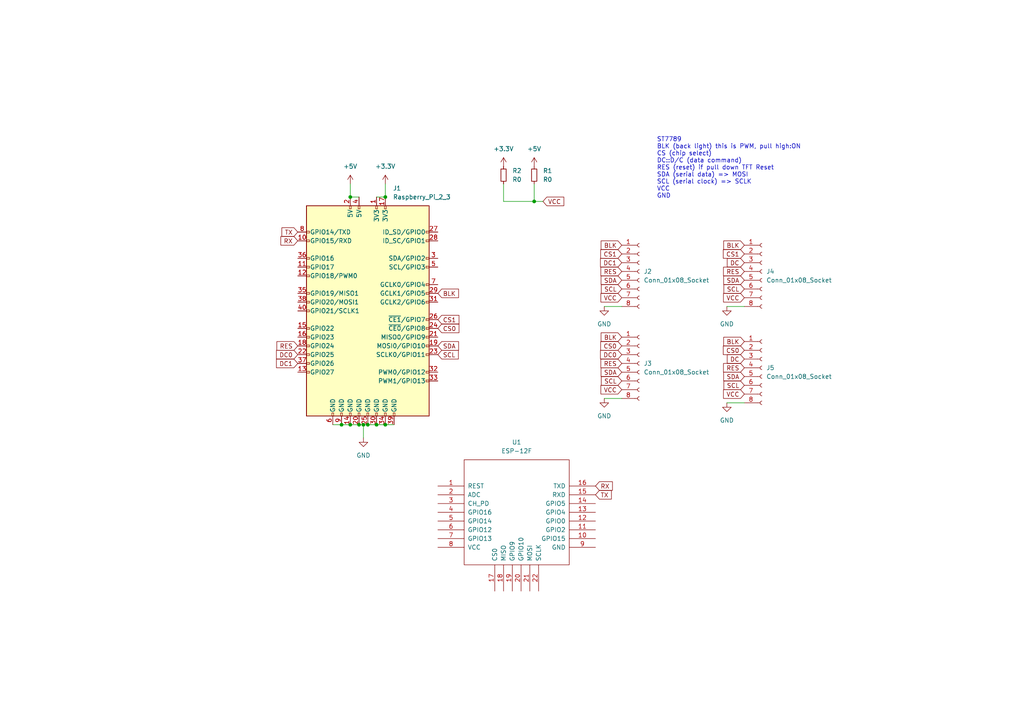
<source format=kicad_sch>
(kicad_sch (version 20230121) (generator eeschema)
  (paper "A4")
  (lib_symbols
    (symbol "Connector:Conn_01x08_Socket" (pin_names (offset 1.016) hide)
      (property "Reference" "J" (at 0 10.16 0))
      (property "Value" "Conn_01x08_Socket" (at 0 -12.7 0))
      (symbol "Conn_01x08_Socket_1_1"
        (arc (start 0 -9.652) (mid -0.5058 -10.16) (end 0 -10.668) (stroke (width 0.1524)))
        (arc (start 0 -7.112) (mid -0.5058 -7.62) (end 0 -8.128) (stroke (width 0.1524)))
        (arc (start 0 -4.572) (mid -0.5058 -5.08) (end 0 -5.588) (stroke (width 0.1524)))
        (arc (start 0 -2.032) (mid -0.5058 -2.54) (end 0 -3.048) (stroke (width 0.1524)))
        (polyline (pts (xy -1.27 -10.16) (xy -0.508 -10.16)) (stroke (width 0.1524)))
        (polyline (pts (xy -1.27 -7.62) (xy -0.508 -7.62)) (stroke (width 0.1524)))
        (polyline (pts (xy -1.27 -5.08) (xy -0.508 -5.08)) (stroke (width 0.1524)))
        (polyline (pts (xy -1.27 -2.54) (xy -0.508 -2.54)) (stroke (width 0.1524)))
        (polyline (pts (xy -1.27 0) (xy -0.508 0)) (stroke (width 0.1524)))
        (polyline (pts (xy -1.27 2.54) (xy -0.508 2.54)) (stroke (width 0.1524)))
        (polyline (pts (xy -1.27 5.08) (xy -0.508 5.08)) (stroke (width 0.1524)))
        (polyline (pts (xy -1.27 7.62) (xy -0.508 7.62)) (stroke (width 0.1524)))
        (arc (start 0 0.508) (mid -0.5058 0) (end 0 -0.508) (stroke (width 0.1524)))
        (arc (start 0 3.048) (mid -0.5058 2.54) (end 0 2.032) (stroke (width 0.1524)))
        (arc (start 0 5.588) (mid -0.5058 5.08) (end 0 4.572) (stroke (width 0.1524)))
        (arc (start 0 8.128) (mid -0.5058 7.62) (end 0 7.112) (stroke (width 0.1524)))
        (pin passive line (at -5.08 7.62 0) (length 3.81) (name "Pin_1") (number "1"))
        (pin passive line (at -5.08 5.08 0) (length 3.81) (name "Pin_2") (number "2"))
        (pin passive line (at -5.08 2.54 0) (length 3.81) (name "Pin_3") (number "3"))
        (pin passive line (at -5.08 0 0) (length 3.81) (name "Pin_4") (number "4"))
        (pin passive line (at -5.08 -2.54 0) (length 3.81) (name "Pin_5") (number "5"))
        (pin passive line (at -5.08 -5.08 0) (length 3.81) (name "Pin_6") (number "6"))
        (pin passive line (at -5.08 -7.62 0) (length 3.81) (name "Pin_7") (number "7"))
        (pin passive line (at -5.08 -10.16 0) (length 3.81) (name "Pin_8") (number "8"))
      )
    )
    (symbol "Connector:Raspberry_Pi_2_3" (pin_names (offset 1.016))
      (property "Reference" "J" (at -17.78 31.75 0))
      (property "Value" "Raspberry_Pi_2_3" (at 10.16 -31.75 0))
      (symbol "Raspberry_Pi_2_3_0_1"
        (rectangle (start -17.78 30.48) (end 17.78 -30.48) (stroke (width 0.254)) (fill (type background)))
      )
      (symbol "Raspberry_Pi_2_3_1_1"
        (rectangle (start -16.891 -17.526) (end -17.78 -18.034))
        (rectangle (start -16.891 -14.986) (end -17.78 -15.494))
        (rectangle (start -16.891 -12.446) (end -17.78 -12.954))
        (rectangle (start -16.891 -9.906) (end -17.78 -10.414))
        (rectangle (start -16.891 -7.366) (end -17.78 -7.874))
        (rectangle (start -16.891 -4.826) (end -17.78 -5.334))
        (rectangle (start -16.891 0.254) (end -17.78 -0.254))
        (rectangle (start -16.891 2.794) (end -17.78 2.286))
        (rectangle (start -16.891 5.334) (end -17.78 4.826))
        (rectangle (start -16.891 10.414) (end -17.78 9.906))
        (rectangle (start -16.891 12.954) (end -17.78 12.446))
        (rectangle (start -16.891 15.494) (end -17.78 14.986))
        (rectangle (start -16.891 20.574) (end -17.78 20.066))
        (rectangle (start -16.891 23.114) (end -17.78 22.606))
        (rectangle (start -10.414 -29.591) (end -9.906 -30.48))
        (rectangle (start -7.874 -29.591) (end -7.366 -30.48))
        (rectangle (start -5.334 -29.591) (end -4.826 -30.48))
        (rectangle (start -5.334 30.48) (end -4.826 29.591))
        (rectangle (start -2.794 -29.591) (end -2.286 -30.48))
        (rectangle (start -2.794 30.48) (end -2.286 29.591))
        (rectangle (start -0.254 -29.591) (end 0.254 -30.48))
        (rectangle (start 2.286 -29.591) (end 2.794 -30.48))
        (rectangle (start 2.286 30.48) (end 2.794 29.591))
        (rectangle (start 4.826 -29.591) (end 5.334 -30.48))
        (rectangle (start 4.826 30.48) (end 5.334 29.591))
        (rectangle (start 7.366 -29.591) (end 7.874 -30.48))
        (rectangle (start 17.78 -20.066) (end 16.891 -20.574))
        (rectangle (start 17.78 -17.526) (end 16.891 -18.034))
        (rectangle (start 17.78 -12.446) (end 16.891 -12.954))
        (rectangle (start 17.78 -9.906) (end 16.891 -10.414))
        (rectangle (start 17.78 -7.366) (end 16.891 -7.874))
        (rectangle (start 17.78 -4.826) (end 16.891 -5.334))
        (rectangle (start 17.78 -2.286) (end 16.891 -2.794))
        (rectangle (start 17.78 2.794) (end 16.891 2.286))
        (rectangle (start 17.78 5.334) (end 16.891 4.826))
        (rectangle (start 17.78 7.874) (end 16.891 7.366))
        (rectangle (start 17.78 12.954) (end 16.891 12.446))
        (rectangle (start 17.78 15.494) (end 16.891 14.986))
        (rectangle (start 17.78 20.574) (end 16.891 20.066))
        (rectangle (start 17.78 23.114) (end 16.891 22.606))
        (pin power_in line (at 2.54 33.02 270) (length 2.54) (name "3V3") (number "1"))
        (pin bidirectional line (at -20.32 20.32 0) (length 2.54) (name "GPIO15/RXD") (number "10"))
        (pin bidirectional line (at -20.32 12.7 0) (length 2.54) (name "GPIO17") (number "11"))
        (pin bidirectional line (at -20.32 10.16 0) (length 2.54) (name "GPIO18/PWM0") (number "12"))
        (pin bidirectional line (at -20.32 -17.78 0) (length 2.54) (name "GPIO27") (number "13"))
        (pin power_in line (at -5.08 -33.02 90) (length 2.54) (name "GND") (number "14"))
        (pin bidirectional line (at -20.32 -5.08 0) (length 2.54) (name "GPIO22") (number "15"))
        (pin bidirectional line (at -20.32 -7.62 0) (length 2.54) (name "GPIO23") (number "16"))
        (pin power_in line (at 5.08 33.02 270) (length 2.54) (name "3V3") (number "17"))
        (pin bidirectional line (at -20.32 -10.16 0) (length 2.54) (name "GPIO24") (number "18"))
        (pin bidirectional line (at 20.32 -10.16 180) (length 2.54) (name "MOSI0/GPIO10") (number "19"))
        (pin power_in line (at -5.08 33.02 270) (length 2.54) (name "5V") (number "2"))
        (pin power_in line (at -2.54 -33.02 90) (length 2.54) (name "GND") (number "20"))
        (pin bidirectional line (at 20.32 -7.62 180) (length 2.54) (name "MISO0/GPIO9") (number "21"))
        (pin bidirectional line (at -20.32 -12.7 0) (length 2.54) (name "GPIO25") (number "22"))
        (pin bidirectional line (at 20.32 -12.7 180) (length 2.54) (name "SCLK0/GPIO11") (number "23"))
        (pin bidirectional line (at 20.32 -5.08 180) (length 2.54) (name "~{CE0}/GPIO8") (number "24"))
        (pin power_in line (at 0 -33.02 90) (length 2.54) (name "GND") (number "25"))
        (pin bidirectional line (at 20.32 -2.54 180) (length 2.54) (name "~{CE1}/GPIO7") (number "26"))
        (pin bidirectional line (at 20.32 22.86 180) (length 2.54) (name "ID_SD/GPIO0") (number "27"))
        (pin bidirectional line (at 20.32 20.32 180) (length 2.54) (name "ID_SC/GPIO1") (number "28"))
        (pin bidirectional line (at 20.32 5.08 180) (length 2.54) (name "GCLK1/GPIO5") (number "29"))
        (pin bidirectional line (at 20.32 15.24 180) (length 2.54) (name "SDA/GPIO2") (number "3"))
        (pin power_in line (at 2.54 -33.02 90) (length 2.54) (name "GND") (number "30"))
        (pin bidirectional line (at 20.32 2.54 180) (length 2.54) (name "GCLK2/GPIO6") (number "31"))
        (pin bidirectional line (at 20.32 -17.78 180) (length 2.54) (name "PWM0/GPIO12") (number "32"))
        (pin bidirectional line (at 20.32 -20.32 180) (length 2.54) (name "PWM1/GPIO13") (number "33"))
        (pin power_in line (at 5.08 -33.02 90) (length 2.54) (name "GND") (number "34"))
        (pin bidirectional line (at -20.32 5.08 0) (length 2.54) (name "GPIO19/MISO1") (number "35"))
        (pin bidirectional line (at -20.32 15.24 0) (length 2.54) (name "GPIO16") (number "36"))
        (pin bidirectional line (at -20.32 -15.24 0) (length 2.54) (name "GPIO26") (number "37"))
        (pin bidirectional line (at -20.32 2.54 0) (length 2.54) (name "GPIO20/MOSI1") (number "38"))
        (pin power_in line (at 7.62 -33.02 90) (length 2.54) (name "GND") (number "39"))
        (pin power_in line (at -2.54 33.02 270) (length 2.54) (name "5V") (number "4"))
        (pin bidirectional line (at -20.32 0 0) (length 2.54) (name "GPIO21/SCLK1") (number "40"))
        (pin bidirectional line (at 20.32 12.7 180) (length 2.54) (name "SCL/GPIO3") (number "5"))
        (pin power_in line (at -10.16 -33.02 90) (length 2.54) (name "GND") (number "6"))
        (pin bidirectional line (at 20.32 7.62 180) (length 2.54) (name "GCLK0/GPIO4") (number "7"))
        (pin bidirectional line (at -20.32 22.86 0) (length 2.54) (name "GPIO14/TXD") (number "8"))
        (pin power_in line (at -7.62 -33.02 90) (length 2.54) (name "GND") (number "9"))
      )
    )
    (symbol "Device:R_Small" (pin_numbers hide) (pin_names (offset 0.254) hide)
      (property "Reference" "R" (at 0.762 0.508 0))
      (property "Value" "R_Small" (at 0.762 -1.016 0))
      (symbol "R_Small_0_1"
        (rectangle (start -0.762 1.778) (end 0.762 -1.778) (stroke (width 0.2032)))
      )
      (symbol "R_Small_1_1"
        (pin passive line (at 0 2.54 270) (length 0.762) (name "~") (number "1"))
        (pin passive line (at 0 -2.54 90) (length 0.762) (name "~") (number "2"))
      )
    )
    (symbol "ESP8266:ESP-12F" (pin_names (offset 1.016))
      (property "Reference" "U" (at 0 -2.54 0))
      (property "Value" "ESP-12F" (at 0 2.54 0))
      (symbol "ESP-12F_1_0"
        (rectangle (start -15.24 -15.24) (end 15.24 15.24))
      )
      (symbol "ESP-12F_1_1"
        (pin input line (at -22.86 7.62 0) (length 7.62) (name "REST") (number "1"))
        (pin bidirectional line (at 22.86 -7.62 180) (length 7.62) (name "GPIO15") (number "10"))
        (pin bidirectional line (at 22.86 -5.08 180) (length 7.62) (name "GPIO2") (number "11"))
        (pin bidirectional line (at 22.86 -2.54 180) (length 7.62) (name "GPIO0") (number "12"))
        (pin bidirectional line (at 22.86 0 180) (length 7.62) (name "GPIO4") (number "13"))
        (pin bidirectional line (at 22.86 2.54 180) (length 7.62) (name "GPIO5") (number "14"))
        (pin input line (at 22.86 5.08 180) (length 7.62) (name "RXD") (number "15"))
        (pin output line (at 22.86 7.62 180) (length 7.62) (name "TXD") (number "16"))
        (pin bidirectional line (at -6.35 -22.86 90) (length 7.62) (name "CS0") (number "17"))
        (pin bidirectional line (at -3.81 -22.86 90) (length 7.62) (name "MISO") (number "18"))
        (pin bidirectional line (at -1.27 -22.86 90) (length 7.62) (name "GPIO9") (number "19"))
        (pin passive line (at -22.86 5.08 0) (length 7.62) (name "ADC") (number "2"))
        (pin bidirectional line (at 1.27 -22.86 90) (length 7.62) (name "GPIO10") (number "20"))
        (pin bidirectional line (at 3.81 -22.86 90) (length 7.62) (name "MOSI") (number "21"))
        (pin bidirectional line (at 6.35 -22.86 90) (length 7.62) (name "SCLK") (number "22"))
        (pin input line (at -22.86 2.54 0) (length 7.62) (name "CH_PD") (number "3"))
        (pin bidirectional line (at -22.86 0 0) (length 7.62) (name "GPIO16") (number "4"))
        (pin bidirectional line (at -22.86 -2.54 0) (length 7.62) (name "GPIO14") (number "5"))
        (pin bidirectional line (at -22.86 -5.08 0) (length 7.62) (name "GPIO12") (number "6"))
        (pin bidirectional line (at -22.86 -7.62 0) (length 7.62) (name "GPIO13") (number "7"))
        (pin power_in line (at -22.86 -10.16 0) (length 7.62) (name "VCC") (number "8"))
        (pin power_in line (at 22.86 -10.16 180) (length 7.62) (name "GND") (number "9"))
      )
    )
    (symbol "power:+3.3V" (power) (pin_names (offset 0))
      (property "Value" "+3.3V" (at 0 3.556 0))
      (symbol "+3.3V_0_1"
        (polyline (pts (xy -0.762 1.27) (xy 0 2.54)))
        (polyline (pts (xy 0 0) (xy 0 2.54)))
        (polyline (pts (xy 0 2.54) (xy 0.762 1.27)))
      )
      (symbol "+3.3V_1_1"
        (pin power_in line (at 0 0 90) (length 0) hide (name "+3.3V") (number "1"))
      )
    )
    (symbol "power:+5V" (power) (pin_names (offset 0))
      (property "Value" "+5V" (at 0 3.556 0))
      (symbol "+5V_0_1"
        (polyline (pts (xy -0.762 1.27) (xy 0 2.54)))
        (polyline (pts (xy 0 0) (xy 0 2.54)))
        (polyline (pts (xy 0 2.54) (xy 0.762 1.27)))
      )
      (symbol "+5V_1_1"
        (pin power_in line (at 0 0 90) (length 0) hide (name "+5V") (number "1"))
      )
    )
    (symbol "power:GND" (power) (pin_names (offset 0))
      (property "Value" "GND" (at 0 -3.81 0))
      (symbol "GND_0_1"
        (polyline (pts (xy 0 0) (xy 0 -1.27) (xy 1.27 -1.27) (xy 0 -2.54) (xy -1.27 -1.27) (xy 0 -1.27)))
      )
      (symbol "GND_1_1"
        (pin power_in line (at 0 0 270) (length 0) hide (name "GND") (number "1"))
      )
    )
  )
  (junction (at 106.68 123.19))
  (junction (at 111.76 57.15))
  (junction (at 101.6 57.15))
  (junction (at 104.14 123.19))
  (junction (at 99.06 123.19))
  (junction (at 111.76 123.19))
  (junction (at 101.6 123.19))
  (junction (at 109.22 123.19))
  (junction (at 154.94 58.42))
  (junction (at 105.41 123.19))
  (wire (pts (xy 175.26 88.9) (xy 180.34 88.9)))
  (wire (pts (xy 101.6 57.15) (xy 104.14 57.15)))
  (wire (pts (xy 101.6 123.19) (xy 104.14 123.19)))
  (wire (pts (xy 101.6 53.34) (xy 101.6 57.15)))
  (wire (pts (xy 109.22 57.15) (xy 111.76 57.15)))
  (wire (pts (xy 111.76 123.19) (xy 114.3 123.19)))
  (wire (pts (xy 109.22 123.19) (xy 111.76 123.19)))
  (wire (pts (xy 210.82 88.9) (xy 215.9 88.9)))
  (wire (pts (xy 105.41 123.19) (xy 105.41 127)))
  (wire (pts (xy 210.82 116.84) (xy 215.9 116.84)))
  (wire (pts (xy 96.52 123.19) (xy 99.06 123.19)))
  (wire (pts (xy 111.76 53.34) (xy 111.76 57.15)))
  (wire (pts (xy 146.05 53.34) (xy 146.05 58.42)))
  (wire (pts (xy 105.41 123.19) (xy 106.68 123.19)))
  (wire (pts (xy 104.14 123.19) (xy 105.41 123.19)))
  (wire (pts (xy 154.94 58.42) (xy 157.48 58.42)))
  (wire (pts (xy 106.68 123.19) (xy 109.22 123.19)))
  (wire (pts (xy 99.06 123.19) (xy 101.6 123.19)))
  (wire (pts (xy 175.26 115.57) (xy 180.34 115.57)))
  (wire (pts (xy 154.94 53.34) (xy 154.94 58.42)))
  (wire (pts (xy 146.05 58.42) (xy 154.94 58.42)))
  (text "ST7789\nBLK (back light) this is PWM, pull high:ON\nCS (chip select)\nDC::D/C (data command)\nRES (reset) if pull down TFT Reset\nSDA (serial data) => MOSI\nSCL (serial clock) => SCLK\nVCC\nGND\n\n" (at 190.5 59.69 0) (effects (font (size 1.27 1.27)) (justify left bottom)))
  (global_label "DC0" (shape input) (at 86.36 102.87 180) (property "Intersheetrefs" "${INTERSHEET_REFS}" (effects hide)))
  (global_label "TX" (shape input) (at 172.72 143.51 0) (property "Intersheetrefs" "${INTERSHEET_REFS}" (effects hide)))
  (global_label "CS1" (shape input) (at 215.9 73.66 180) (property "Intersheetrefs" "${INTERSHEET_REFS}" (effects hide)))
  (global_label "BLK" (shape input) (at 127 85.09 0) (property "Intersheetrefs" "${INTERSHEET_REFS}" (effects hide)))
  (global_label "DC1" (shape input) (at 86.36 105.41 180) (property "Intersheetrefs" "${INTERSHEET_REFS}" (effects hide)))
  (global_label "VCC" (shape input) (at 215.9 114.3 180) (property "Intersheetrefs" "${INTERSHEET_REFS}" (effects hide)))
  (global_label "SCL" (shape input) (at 180.34 83.82 180) (property "Intersheetrefs" "${INTERSHEET_REFS}" (effects hide)))
  (global_label "VCC" (shape input) (at 157.48 58.42 0) (property "Intersheetrefs" "${INTERSHEET_REFS}" (effects hide)))
  (global_label "SDA" (shape input) (at 127 100.33 0) (property "Intersheetrefs" "${INTERSHEET_REFS}" (effects hide)))
  (global_label "SCL" (shape input) (at 127 102.87 0) (property "Intersheetrefs" "${INTERSHEET_REFS}" (effects hide)))
  (global_label "CS1" (shape input) (at 127 92.71 0) (property "Intersheetrefs" "${INTERSHEET_REFS}" (effects hide)))
  (global_label "SCL" (shape input) (at 215.9 83.82 180) (property "Intersheetrefs" "${INTERSHEET_REFS}" (effects hide)))
  (global_label "SCL" (shape input) (at 215.9 111.76 180) (property "Intersheetrefs" "${INTERSHEET_REFS}" (effects hide)))
  (global_label "DC" (shape input) (at 215.9 76.2 180) (property "Intersheetrefs" "${INTERSHEET_REFS}" (effects hide)))
  (global_label "CS0" (shape input) (at 127 95.25 0) (property "Intersheetrefs" "${INTERSHEET_REFS}" (effects hide)))
  (global_label "BLK" (shape input) (at 180.34 71.12 180) (property "Intersheetrefs" "${INTERSHEET_REFS}" (effects hide)))
  (global_label "TX" (shape input) (at 86.36 67.31 180) (property "Intersheetrefs" "${INTERSHEET_REFS}" (effects hide)))
  (global_label "RES" (shape input) (at 215.9 106.68 180) (property "Intersheetrefs" "${INTERSHEET_REFS}" (effects hide)))
  (global_label "RES" (shape input) (at 180.34 78.74 180) (property "Intersheetrefs" "${INTERSHEET_REFS}" (effects hide)))
  (global_label "BLK" (shape input) (at 215.9 99.06 180) (property "Intersheetrefs" "${INTERSHEET_REFS}" (effects hide)))
  (global_label "VCC" (shape input) (at 180.34 86.36 180) (property "Intersheetrefs" "${INTERSHEET_REFS}" (effects hide)))
  (global_label "RES" (shape input) (at 180.34 105.41 180) (property "Intersheetrefs" "${INTERSHEET_REFS}" (effects hide)))
  (global_label "CS0" (shape input) (at 215.9 101.6 180) (property "Intersheetrefs" "${INTERSHEET_REFS}" (effects hide)))
  (global_label "RES" (shape input) (at 86.36 100.33 180) (property "Intersheetrefs" "${INTERSHEET_REFS}" (effects hide)))
  (global_label "RX" (shape input) (at 172.72 140.97 0) (property "Intersheetrefs" "${INTERSHEET_REFS}" (effects hide)))
  (global_label "DC0" (shape input) (at 180.34 102.87 180) (property "Intersheetrefs" "${INTERSHEET_REFS}" (effects hide)))
  (global_label "SDA" (shape input) (at 215.9 81.28 180) (property "Intersheetrefs" "${INTERSHEET_REFS}" (effects hide)))
  (global_label "SDA" (shape input) (at 180.34 107.95 180) (property "Intersheetrefs" "${INTERSHEET_REFS}" (effects hide)))
  (global_label "RX" (shape input) (at 86.36 69.85 180) (property "Intersheetrefs" "${INTERSHEET_REFS}" (effects hide)))
  (global_label "SDA" (shape input) (at 180.34 81.28 180) (property "Intersheetrefs" "${INTERSHEET_REFS}" (effects hide)))
  (global_label "SCL" (shape input) (at 180.34 110.49 180) (property "Intersheetrefs" "${INTERSHEET_REFS}" (effects hide)))
  (global_label "VCC" (shape input) (at 180.34 113.03 180) (property "Intersheetrefs" "${INTERSHEET_REFS}" (effects hide)))
  (global_label "SDA" (shape input) (at 215.9 109.22 180) (property "Intersheetrefs" "${INTERSHEET_REFS}" (effects hide)))
  (global_label "BLK" (shape input) (at 180.34 97.79 180) (property "Intersheetrefs" "${INTERSHEET_REFS}" (effects hide)))
  (global_label "BLK" (shape input) (at 215.9 71.12 180) (property "Intersheetrefs" "${INTERSHEET_REFS}" (effects hide)))
  (global_label "CS0" (shape input) (at 180.34 100.33 180) (property "Intersheetrefs" "${INTERSHEET_REFS}" (effects hide)))
  (global_label "CS1" (shape input) (at 180.34 73.66 180) (property "Intersheetrefs" "${INTERSHEET_REFS}" (effects hide)))
  (global_label "DC1" (shape input) (at 180.34 76.2 180) (property "Intersheetrefs" "${INTERSHEET_REFS}" (effects hide)))
  (global_label "VCC" (shape input) (at 215.9 86.36 180) (property "Intersheetrefs" "${INTERSHEET_REFS}" (effects hide)))
  (global_label "DC" (shape input) (at 215.9 104.14 180) (property "Intersheetrefs" "${INTERSHEET_REFS}" (effects hide)))
  (global_label "RES" (shape input) (at 215.9 78.74 180) (property "Intersheetrefs" "${INTERSHEET_REFS}" (effects hide)))
  (symbol (lib_id "Device:R_Small") (at 146.05 50.8 0) (unit 1)
    (property "Reference" "R2" (at 148.59 49.53 0) (effects (justify left)))
    (property "Value" "R0" (at 148.59 52.07 0) (effects (justify left)))
  )
  (symbol (lib_id "Connector:Conn_01x08_Socket") (at 185.42 105.41 0) (unit 1)
    (property "Reference" "J3" (at 186.69 105.41 0) (effects (justify left)))
    (property "Value" "Conn_01x08_Socket" (at 186.69 107.95 0) (effects (justify left)))
  )
  (symbol (lib_id "power:+5V") (at 154.94 48.26 0) (unit 1)
    (property "Reference" "#PWR06" (effects hide))
    (property "Value" "+5V" (at 154.94 43.18 0))
  )
  (symbol (lib_id "power:GND") (at 210.82 88.9 0) (unit 1)
    (property "Reference" "#PWR08" (effects hide))
    (property "Value" "GND" (at 210.82 93.98 0))
  )
  (symbol (lib_id "Connector:Conn_01x08_Socket") (at 220.98 78.74 0) (unit 1)
    (property "Reference" "J4" (at 222.25 78.74 0) (effects (justify left)))
    (property "Value" "Conn_01x08_Socket" (at 222.25 81.28 0) (effects (justify left)))
  )
  (symbol (lib_id "Connector:Conn_01x08_Socket") (at 185.42 78.74 0) (unit 1)
    (property "Reference" "J2" (at 186.69 78.74 0) (effects (justify left)))
    (property "Value" "Conn_01x08_Socket" (at 186.69 81.28 0) (effects (justify left)))
  )
  (symbol (lib_id "power:+3.3V") (at 111.76 53.34 0) (unit 1)
    (property "Reference" "#PWR02" (effects hide))
    (property "Value" "+3.3V" (at 111.76 48.26 0))
  )
  (symbol (lib_id "Connector:Raspberry_Pi_2_3") (at 106.68 90.17 0) (unit 1)
    (property "Reference" "J1" (at 113.9541 54.61 0) (effects (justify left)))
    (property "Value" "Raspberry_Pi_2_3" (at 113.9541 57.15 0) (effects (justify left)))
    (property "Datasheet" "https://www.raspberrypi.org/documentation/hardware/raspberrypi/schematics/rpi_SCH_3bplus_1p0_reduced.pdf" (effects hide))
  )
  (symbol (lib_id "power:+3.3V") (at 146.05 48.26 0) (unit 1)
    (property "Reference" "#PWR05" (effects hide))
    (property "Value" "+3.3V" (at 146.05 43.18 0))
  )
  (symbol (lib_id "power:GND") (at 175.26 88.9 0) (unit 1)
    (property "Reference" "#PWR07" (effects hide))
    (property "Value" "GND" (at 175.26 93.98 0))
  )
  (symbol (lib_id "ESP8266:ESP-12F") (at 149.86 148.59 0) (unit 1)
    (property "Reference" "U1" (at 149.86 128.27 0))
    (property "Value" "ESP-12F" (at 149.86 130.81 0))
    (property "Datasheet" "http://l0l.org.uk/2014/12/esp8266-modules-hardware-guide-gotta-catch-em-all/" (effects hide))
  )
  (symbol (lib_id "Device:R_Small") (at 154.94 50.8 0) (unit 1)
    (property "Reference" "R1" (at 157.48 49.53 0) (effects (justify left)))
    (property "Value" "R0" (at 157.48 52.07 0) (effects (justify left)))
  )
  (symbol (lib_id "power:GND") (at 210.82 116.84 0) (unit 1)
    (property "Reference" "#PWR09" (effects hide))
    (property "Value" "GND" (at 210.82 121.92 0))
  )
  (symbol (lib_id "Connector:Conn_01x08_Socket") (at 220.98 106.68 0) (unit 1)
    (property "Reference" "J5" (at 222.25 106.68 0) (effects (justify left)))
    (property "Value" "Conn_01x08_Socket" (at 222.25 109.22 0) (effects (justify left)))
  )
  (symbol (lib_id "power:GND") (at 105.41 127 0) (unit 1)
    (property "Reference" "#PWR01" (effects hide))
    (property "Value" "GND" (at 105.41 132.08 0))
  )
  (symbol (lib_id "power:+5V") (at 101.6 53.34 0) (unit 1)
    (property "Reference" "#PWR03" (effects hide))
    (property "Value" "+5V" (at 101.6 48.26 0))
  )
  (symbol (lib_id "power:GND") (at 175.26 115.57 0) (unit 1)
    (property "Reference" "#PWR04" (effects hide))
    (property "Value" "GND" (at 175.26 120.65 0))
  )
)
</source>
